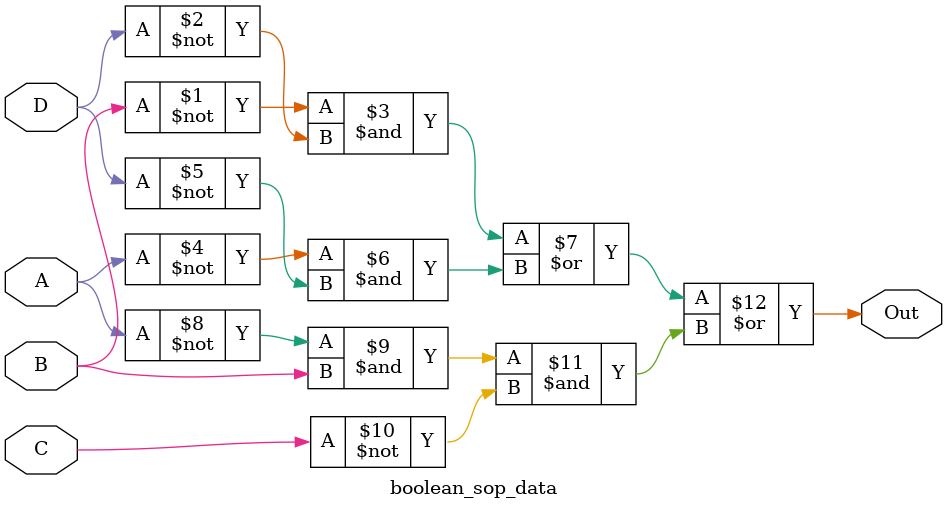
<source format=v>
module boolean_sop_data(A, B, C, D, Out);
  input A, B, C, D;
  output Out;
  
  assign Out = (~B & ~D) | (~A & ~D) | (~A & B & ~C);
endmodule

</source>
